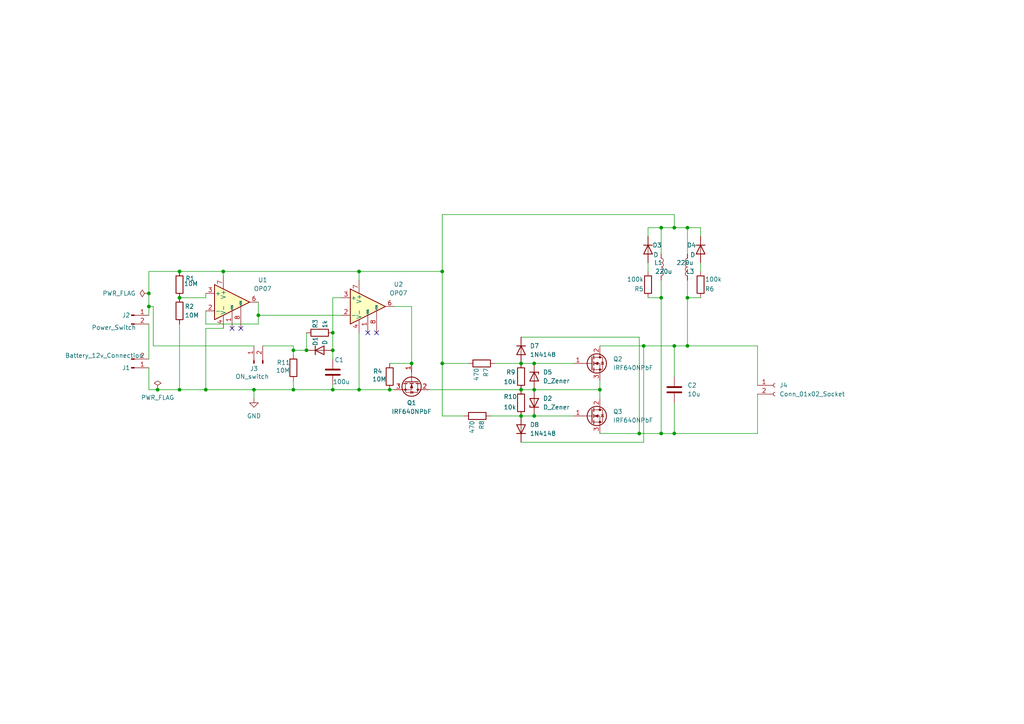
<source format=kicad_sch>
(kicad_sch (version 20250114) (generator "eeschema") (generator_version "9.0")
  (paper "A4")
  (lib_symbols
    (symbol "Amplifier_Operational:OP07" (pin_names (offset 0.127))
      (property "Reference" "U" (at 1.27 6.35 0))
      (property "Value" "OP07" (at 1.27 3.81 0))
      (symbol "OP07_0_1"
        (polyline (pts (xy -5.08 5.08) (xy 5.08 0) (xy -5.08 -5.08) (xy -5.08 5.08)) (stroke (width 0.254)) (fill (type background)))
      )
      (symbol "OP07_1_1"
        (pin input line (at -7.62 2.54 0) (length 2.54) (name "+") (number "3"))
        (pin input line (at -7.62 -2.54 0) (length 2.54) (name "-") (number "2"))
        (pin power_in line (at -2.54 7.62 270) (length 3.81) (name "V+") (number "7"))
        (pin power_in line (at -2.54 -7.62 90) (length 3.81) (name "V-") (number "4"))
        (pin no_connect line (at 0 2.54 270) (length 2.54) (hide yes) (name "NC") (number "5"))
        (pin input line (at 0 -7.62 90) (length 5.08) (name "VOS") (number "1"))
        (pin input line (at 2.54 -7.62 90) (length 6.35) (name "VOS") (number "8"))
        (pin output line (at 7.62 0 180) (length 2.54) (name "~") (number "6"))
      )
    )
    (symbol "Connector:Conn_01x02_Pin" (pin_names (offset 1.016) (hide yes))
      (property "Reference" "J" (at 0 2.54 0))
      (property "Value" "Conn_01x02_Pin" (at 0 -5.08 0))
      (symbol "Conn_01x02_Pin_1_1"
        (rectangle (start 0.8636 0.127) (end 0 -0.127) (stroke (width 0.1524)) (fill (type outline)))
        (rectangle (start 0.8636 -2.413) (end 0 -2.667) (stroke (width 0.1524)) (fill (type outline)))
        (polyline (pts (xy 1.27 0) (xy 0.8636 0)) (stroke (width 0.1524)))
        (polyline (pts (xy 1.27 -2.54) (xy 0.8636 -2.54)) (stroke (width 0.1524)))
        (pin passive line (at 5.08 0 180) (length 3.81) (name "Pin_1") (number "1"))
        (pin passive line (at 5.08 -2.54 180) (length 3.81) (name "Pin_2") (number "2"))
      )
    )
    (symbol "Connector:Conn_01x02_Socket" (pin_names (offset 1.016) (hide yes))
      (property "Reference" "J" (at 0 2.54 0))
      (property "Value" "Conn_01x02_Socket" (at 0 -5.08 0))
      (symbol "Conn_01x02_Socket_1_1"
        (polyline (pts (xy -1.27 0) (xy -0.508 0)) (stroke (width 0.1524)))
        (polyline (pts (xy -1.27 -2.54) (xy -0.508 -2.54)) (stroke (width 0.1524)))
        (arc (start 0 -0.508) (mid -0.5058 0) (end 0 0.508) (stroke (width 0.1524)))
        (arc (start 0 -3.048) (mid -0.5058 -2.54) (end 0 -2.032) (stroke (width 0.1524)))
        (pin passive line (at -5.08 0 0) (length 3.81) (name "Pin_1") (number "1"))
        (pin passive line (at -5.08 -2.54 0) (length 3.81) (name "Pin_2") (number "2"))
      )
    )
    (symbol "Device:C" (pin_numbers (hide yes)) (pin_names (offset 0.254))
      (property "Reference" "C" (at 0.635 2.54 0))
      (property "Value" "C" (at 0.635 -2.54 0))
      (symbol "C_0_1"
        (polyline (pts (xy -2.032 0.762) (xy 2.032 0.762)) (stroke (width 0.508)))
        (polyline (pts (xy -2.032 -0.762) (xy 2.032 -0.762)) (stroke (width 0.508)))
      )
      (symbol "C_1_1"
        (pin passive line (at 0 3.81 270) (length 2.794) (name "~") (number "1"))
        (pin passive line (at 0 -3.81 90) (length 2.794) (name "~") (number "2"))
      )
    )
    (symbol "Device:D" (pin_numbers (hide yes)) (pin_names (offset 1.016) (hide yes))
      (property "Reference" "D" (at 0 2.54 0))
      (property "Value" "D" (at 0 -2.54 0))
      (symbol "D_0_1"
        (polyline (pts (xy -1.27 1.27) (xy -1.27 -1.27)) (stroke (width 0.254)))
        (polyline (pts (xy 1.27 1.27) (xy 1.27 -1.27) (xy -1.27 0) (xy 1.27 1.27)) (stroke (width 0.254)))
        (polyline (pts (xy 1.27 0) (xy -1.27 0)))
      )
      (symbol "D_1_1"
        (pin passive line (at -3.81 0 0) (length 2.54) (name "K") (number "1"))
        (pin passive line (at 3.81 0 180) (length 2.54) (name "A") (number "2"))
      )
    )
    (symbol "Device:D_Zener" (pin_numbers (hide yes)) (pin_names (offset 1.016) (hide yes))
      (property "Reference" "D" (at 0 2.54 0))
      (property "Value" "D_Zener" (at 0 -2.54 0))
      (symbol "D_Zener_0_1"
        (polyline (pts (xy -1.27 -1.27) (xy -1.27 1.27) (xy -0.762 1.27)) (stroke (width 0.254)))
        (polyline (pts (xy 1.27 0) (xy -1.27 0)))
        (polyline (pts (xy 1.27 -1.27) (xy 1.27 1.27) (xy -1.27 0) (xy 1.27 -1.27)) (stroke (width 0.254)))
      )
      (symbol "D_Zener_1_1"
        (pin passive line (at -3.81 0 0) (length 2.54) (name "K") (number "1"))
        (pin passive line (at 3.81 0 180) (length 2.54) (name "A") (number "2"))
      )
    )
    (symbol "Device:L" (pin_numbers (hide yes)) (pin_names (offset 1.016) (hide yes))
      (property "Reference" "L" (at -1.27 0 90))
      (property "Value" "L" (at 1.905 0 90))
      (symbol "L_0_1"
        (arc (start 0 2.54) (mid 0.6323 1.905) (end 0 1.27))
        (arc (start 0 1.27) (mid 0.6323 0.635) (end 0 0))
        (arc (start 0 0) (mid 0.6323 -0.635) (end 0 -1.27))
        (arc (start 0 -1.27) (mid 0.6323 -1.905) (end 0 -2.54))
      )
      (symbol "L_1_1"
        (pin passive line (at 0 3.81 270) (length 1.27) (name "1") (number "1"))
        (pin passive line (at 0 -3.81 90) (length 1.27) (name "2") (number "2"))
      )
    )
    (symbol "Device:R" (pin_numbers (hide yes)) (pin_names (offset 0))
      (property "Reference" "R" (at 2.032 0 90))
      (property "Value" "R" (at 0 0 90))
      (symbol "R_0_1"
        (rectangle (start -1.016 -2.54) (end 1.016 2.54) (stroke (width 0.254)))
      )
      (symbol "R_1_1"
        (pin passive line (at 0 3.81 270) (length 1.27) (name "~") (number "1"))
        (pin passive line (at 0 -3.81 90) (length 1.27) (name "~") (number "2"))
      )
    )
    (symbol "Diode:1N4148" (pin_numbers (hide yes)) (pin_names (hide yes))
      (property "Reference" "D" (at 0 2.54 0))
      (property "Value" "1N4148" (at 0 -2.54 0))
      (symbol "1N4148_0_1"
        (polyline (pts (xy -1.27 1.27) (xy -1.27 -1.27)) (stroke (width 0.254)))
        (polyline (pts (xy 1.27 1.27) (xy 1.27 -1.27) (xy -1.27 0) (xy 1.27 1.27)) (stroke (width 0.254)))
        (polyline (pts (xy 1.27 0) (xy -1.27 0)))
      )
      (symbol "1N4148_1_1"
        (pin passive line (at -3.81 0 0) (length 2.54) (name "K") (number "1"))
        (pin passive line (at 3.81 0 180) (length 2.54) (name "A") (number "2"))
      )
    )
    (symbol "NMOS_ME:Q_NMOS_DSG" (pin_names (offset 0) (hide yes))
      (property "Reference" "Q" (at 5.08 1.905 0))
      (property "Value" "Q_NMOS_DSG" (at 5.08 0 0))
      (symbol "Q_NMOS_DSG_0_1"
        (polyline (pts (xy 0.254 1.905) (xy 0.254 -1.905)) (stroke (width 0.254)))
        (polyline (pts (xy 0.254 0) (xy -2.54 0)))
        (polyline (pts (xy 0.762 2.286) (xy 0.762 1.27)) (stroke (width 0.254)))
        (polyline (pts (xy 0.762 0.508) (xy 0.762 -0.508)) (stroke (width 0.254)))
        (polyline (pts (xy 0.762 -1.27) (xy 0.762 -2.286)) (stroke (width 0.254)))
        (polyline (pts (xy 0.762 -1.778) (xy 3.302 -1.778) (xy 3.302 1.778) (xy 0.762 1.778)))
        (polyline (pts (xy 1.016 0) (xy 2.032 0.381) (xy 2.032 -0.381) (xy 1.016 0)) (fill (type outline)))
        (circle (center 1.651 0) (radius 2.794) (stroke (width 0.254)))
        (polyline (pts (xy 2.54 2.54) (xy 2.54 1.778)))
        (circle (center 2.54 1.778) (radius 0.254) (fill (type outline)))
        (circle (center 2.54 -1.778) (radius 0.254) (fill (type outline)))
        (polyline (pts (xy 2.54 -2.54) (xy 2.54 0) (xy 0.762 0)))
        (polyline (pts (xy 2.921 0.381) (xy 3.683 0.381)))
        (polyline (pts (xy 3.302 0.381) (xy 2.921 -0.254) (xy 3.683 -0.254) (xy 3.302 0.381)))
      )
      (symbol "Q_NMOS_DSG_1_1"
        (pin input line (at -5.08 0 0) (length 2.54) (name "G") (number "1"))
        (pin passive line (at 2.54 5.08 270) (length 2.54) (name "D") (number "2"))
        (pin passive line (at 2.54 -5.08 90) (length 2.54) (name "S") (number "3"))
      )
    )
    (symbol "power:GND" (power) (pin_numbers (hide yes)) (pin_names (offset 0) (hide yes))
      (property "Value" "GND" (at 0 -3.81 0))
      (symbol "GND_0_1"
        (polyline (pts (xy 0 0) (xy 0 -1.27) (xy 1.27 -1.27) (xy 0 -2.54) (xy -1.27 -1.27) (xy 0 -1.27)))
      )
      (symbol "GND_1_1"
        (pin power_in line (at 0 0 270) (length 0) (name "~") (number "1"))
      )
    )
    (symbol "power:PWR_FLAG" (power) (pin_numbers (hide yes)) (pin_names (offset 0) (hide yes))
      (property "Value" "PWR_FLAG" (at 0 3.81 0))
      (symbol "PWR_FLAG_0_0"
        (pin power_out line (at 0 0 90) (length 0) (name "~") (number "1"))
      )
      (symbol "PWR_FLAG_0_1"
        (polyline (pts (xy 0 0) (xy 0 1.27) (xy -1.016 1.905) (xy 0 2.54) (xy 1.016 1.905) (xy 0 1.27)))
      )
    )
  )
  (junction (at 73.66 113.03))
  (junction (at 96.52 113.03))
  (junction (at 52.07 113.03))
  (junction (at 185.42 125.73))
  (junction (at 191.77 125.73))
  (junction (at 151.13 113.03))
  (junction (at 52.07 78.74))
  (junction (at 85.09 113.03))
  (junction (at 64.77 78.74))
  (junction (at 154.94 105.41))
  (junction (at 151.13 105.41))
  (junction (at 45.72 113.03))
  (junction (at 191.77 86.36))
  (junction (at 88.9 101.6))
  (junction (at 85.09 101.6))
  (junction (at 195.58 125.73))
  (junction (at 173.99 113.03))
  (junction (at 186.69 100.33))
  (junction (at 96.52 101.6))
  (junction (at 128.27 105.41))
  (junction (at 96.52 96.52))
  (junction (at 195.58 66.04))
  (junction (at 74.93 91.44))
  (junction (at 151.13 120.65))
  (junction (at 199.39 66.04))
  (junction (at 128.27 78.74))
  (junction (at 119.38 105.41))
  (junction (at 154.94 113.03))
  (junction (at 43.18 88.9))
  (junction (at 199.39 86.36))
  (junction (at 104.14 78.74))
  (junction (at 52.07 86.36))
  (junction (at 195.58 100.33))
  (junction (at 154.94 120.65))
  (junction (at 59.69 113.03))
  (junction (at 199.39 100.33))
  (junction (at 104.14 113.03))
  (junction (at 113.03 113.03))
  (junction (at 191.77 66.04))
  (junction (at 43.18 85.09))
  (no_connect (at 67.31 95.25))
  (no_connect (at 69.85 95.25))
  (no_connect (at 109.22 96.52))
  (no_connect (at 106.68 96.52))
  (wire (pts (xy 124.46 113.03) (xy 151.13 113.03)))
  (wire (pts (xy 96.52 113.03) (xy 104.14 113.03)))
  (wire (pts (xy 96.52 86.36) (xy 96.52 96.52)))
  (wire (pts (xy 59.69 93.98) (xy 74.93 93.98)))
  (wire (pts (xy 128.27 120.65) (xy 134.62 120.65)))
  (wire (pts (xy 219.71 100.33) (xy 219.71 111.76)))
  (wire (pts (xy 191.77 86.36) (xy 191.77 125.73)))
  (wire (pts (xy 96.52 86.36) (xy 99.06 86.36)))
  (wire (pts (xy 203.2 66.04) (xy 203.2 68.58)))
  (wire (pts (xy 52.07 78.74) (xy 64.77 78.74)))
  (wire (pts (xy 154.94 120.65) (xy 166.37 120.65)))
  (wire (pts (xy 186.69 128.27) (xy 186.69 100.33)))
  (wire (pts (xy 151.13 120.65) (xy 154.94 120.65)))
  (wire (pts (xy 195.58 100.33) (xy 195.58 109.22)))
  (wire (pts (xy 85.09 100.33) (xy 85.09 101.6)))
  (wire (pts (xy 191.77 125.73) (xy 195.58 125.73)))
  (wire (pts (xy 151.13 97.79) (xy 185.42 97.79)))
  (wire (pts (xy 88.9 96.52) (xy 88.9 101.6)))
  (wire (pts (xy 173.99 113.03) (xy 173.99 115.57)))
  (wire (pts (xy 199.39 73.66) (xy 199.39 66.04)))
  (wire (pts (xy 203.2 86.36) (xy 199.39 86.36)))
  (wire (pts (xy 104.14 78.74) (xy 128.27 78.74)))
  (wire (pts (xy 113.03 105.41) (xy 119.38 105.41)))
  (wire (pts (xy 43.18 106.68) (xy 43.18 113.03)))
  (wire (pts (xy 195.58 100.33) (xy 199.39 100.33)))
  (wire (pts (xy 119.38 88.9) (xy 119.38 105.41)))
  (wire (pts (xy 85.09 110.49) (xy 85.09 113.03)))
  (wire (pts (xy 195.58 125.73) (xy 219.71 125.73)))
  (wire (pts (xy 187.96 68.58) (xy 187.96 66.04)))
  (wire (pts (xy 199.39 100.33) (xy 219.71 100.33)))
  (wire (pts (xy 43.18 78.74) (xy 52.07 78.74)))
  (wire (pts (xy 44.45 88.9) (xy 43.18 88.9)))
  (wire (pts (xy 59.69 95.25) (xy 59.69 113.03)))
  (wire (pts (xy 128.27 62.23) (xy 128.27 78.74)))
  (wire (pts (xy 73.66 113.03) (xy 73.66 115.57)))
  (wire (pts (xy 195.58 62.23) (xy 195.58 66.04)))
  (wire (pts (xy 64.77 78.74) (xy 64.77 80.01)))
  (wire (pts (xy 191.77 81.28) (xy 191.77 86.36)))
  (wire (pts (xy 187.96 66.04) (xy 191.77 66.04)))
  (wire (pts (xy 113.03 113.03) (xy 114.3 113.03)))
  (wire (pts (xy 59.69 86.36) (xy 59.69 85.09)))
  (wire (pts (xy 191.77 86.36) (xy 187.96 86.36)))
  (wire (pts (xy 43.18 93.98) (xy 43.18 104.14)))
  (wire (pts (xy 128.27 62.23) (xy 195.58 62.23)))
  (wire (pts (xy 85.09 101.6) (xy 88.9 101.6)))
  (wire (pts (xy 52.07 93.98) (xy 52.07 113.03)))
  (wire (pts (xy 173.99 100.33) (xy 186.69 100.33)))
  (wire (pts (xy 151.13 113.03) (xy 154.94 113.03)))
  (wire (pts (xy 96.52 101.6) (xy 96.52 104.14)))
  (wire (pts (xy 85.09 113.03) (xy 96.52 113.03)))
  (wire (pts (xy 43.18 88.9) (xy 43.18 91.44)))
  (wire (pts (xy 151.13 105.41) (xy 154.94 105.41)))
  (wire (pts (xy 173.99 125.73) (xy 185.42 125.73)))
  (wire (pts (xy 203.2 76.2) (xy 203.2 78.74)))
  (wire (pts (xy 173.99 110.49) (xy 173.99 113.03)))
  (wire (pts (xy 96.52 96.52) (xy 96.52 101.6)))
  (wire (pts (xy 52.07 113.03) (xy 59.69 113.03)))
  (wire (pts (xy 199.39 66.04) (xy 203.2 66.04)))
  (wire (pts (xy 59.69 90.17) (xy 59.69 93.98)))
  (wire (pts (xy 44.45 100.33) (xy 44.45 88.9)))
  (wire (pts (xy 219.71 114.3) (xy 219.71 125.73)))
  (wire (pts (xy 143.51 105.41) (xy 151.13 105.41)))
  (wire (pts (xy 119.38 88.9) (xy 114.3 88.9)))
  (wire (pts (xy 185.42 97.79) (xy 185.42 125.73)))
  (wire (pts (xy 128.27 105.41) (xy 128.27 120.65)))
  (wire (pts (xy 199.39 86.36) (xy 199.39 81.28)))
  (wire (pts (xy 85.09 101.6) (xy 85.09 102.87)))
  (wire (pts (xy 185.42 125.73) (xy 191.77 125.73)))
  (wire (pts (xy 191.77 66.04) (xy 191.77 73.66)))
  (wire (pts (xy 43.18 78.74) (xy 43.18 85.09)))
  (wire (pts (xy 43.18 85.09) (xy 43.18 88.9)))
  (wire (pts (xy 45.72 113.03) (xy 43.18 113.03)))
  (wire (pts (xy 59.69 95.25) (xy 64.77 95.25)))
  (wire (pts (xy 195.58 66.04) (xy 199.39 66.04)))
  (wire (pts (xy 128.27 78.74) (xy 128.27 105.41)))
  (wire (pts (xy 199.39 86.36) (xy 199.39 100.33)))
  (wire (pts (xy 104.14 78.74) (xy 104.14 81.28)))
  (wire (pts (xy 104.14 96.52) (xy 104.14 113.03)))
  (wire (pts (xy 45.72 113.03) (xy 52.07 113.03)))
  (wire (pts (xy 59.69 113.03) (xy 73.66 113.03)))
  (wire (pts (xy 151.13 128.27) (xy 186.69 128.27)))
  (wire (pts (xy 128.27 105.41) (xy 135.89 105.41)))
  (wire (pts (xy 187.96 78.74) (xy 187.96 76.2)))
  (wire (pts (xy 195.58 116.84) (xy 195.58 125.73)))
  (wire (pts (xy 52.07 86.36) (xy 59.69 86.36)))
  (wire (pts (xy 154.94 113.03) (xy 173.99 113.03)))
  (wire (pts (xy 96.52 111.76) (xy 96.52 113.03)))
  (wire (pts (xy 74.93 91.44) (xy 74.93 93.98)))
  (wire (pts (xy 74.93 91.44) (xy 99.06 91.44)))
  (wire (pts (xy 195.58 66.04) (xy 191.77 66.04)))
  (wire (pts (xy 73.66 113.03) (xy 85.09 113.03)))
  (wire (pts (xy 142.24 120.65) (xy 151.13 120.65)))
  (wire (pts (xy 104.14 113.03) (xy 113.03 113.03)))
  (wire (pts (xy 76.2 100.33) (xy 85.09 100.33)))
  (wire (pts (xy 154.94 105.41) (xy 166.37 105.41)))
  (wire (pts (xy 73.66 100.33) (xy 44.45 100.33)))
  (wire (pts (xy 74.93 87.63) (xy 74.93 91.44)))
  (wire (pts (xy 186.69 100.33) (xy 195.58 100.33)))
  (wire (pts (xy 64.77 78.74) (xy 104.14 78.74)))
  (symbol (lib_id "Device:R") (at 85.09 106.68 0) (unit 1)
    (property "Reference" "R11" (at 80.264 105.156 0) (effects (justify left)))
    (property "Value" "10M" (at 80.01 107.442 0) (effects (justify left)))
    (property "Footprint" "Resistor_SMD:R_0805_2012Metric" (effects (hide yes)))
    (property "Description" "Resistor" (effects (hide yes)))
  )
  (symbol (lib_id "Device:R") (at 203.2 82.55 0) (mirror x) (unit 1)
    (property "Reference" "R6" (at 204.47 83.82 0) (effects (justify left)))
    (property "Value" "100k" (at 204.47 81.026 0) (effects (justify left)))
    (property "Footprint" "Resistor_THT:R_Axial_DIN0411_L9.9mm_D3.6mm_P15.24mm_Horizontal" (effects (hide yes)))
    (property "Description" "Resistor" (effects (hide yes)))
  )
  (symbol (lib_id "Connector:Conn_01x02_Socket") (at 224.79 111.76 0) (unit 1)
    (property "Reference" "J4" (at 226.06 111.7599 0) (effects (justify left)))
    (property "Value" "Conn_01x02_Socket" (at 226.06 114.2999 0) (effects (justify left)))
    (property "Footprint" "Connector_Wire:SolderWire-0.1sqmm_1x02_P3.6mm_D0.4mm_OD1mm" (effects (hide yes)))
    (property "Description" "Generic connector, single row, 01x02, script generated" (effects (hide yes)))
  )
  (symbol (lib_id "Diode:1N4148") (at 151.13 101.6 270) (unit 1)
    (property "Reference" "D7" (at 153.67 100.3299 90) (effects (justify left)))
    (property "Value" "1N4148" (at 153.67 102.8699 90) (effects (justify left)))
    (property "Footprint" "Diode_THT:D_DO-35_SOD27_P7.62mm_Horizontal" (effects (hide yes)))
    (property "Datasheet" "https://assets.nexperia.com/documents/data-sheet/1N4148_1N4448.pdf" (effects (hide yes)))
    (property "Description" "100V 0.15A standard switching diode, DO-35" (effects (hide yes)))
    (property "Sim.Device" "D" (effects (hide yes)))
    (property "Sim.Pins" "1=K 2=A" (effects (hide yes)))
  )
  (symbol (lib_id "Device:D_Zener") (at 154.94 109.22 270) (unit 1)
    (property "Reference" "D5" (at 157.48 107.9499 90) (effects (justify left)))
    (property "Value" "D_Zener" (at 157.48 110.4899 90) (effects (justify left)))
    (property "Footprint" "Diode_THT:D_A-405_P7.62mm_Horizontal" (effects (hide yes)))
    (property "Description" "Zener diode" (effects (hide yes)))
  )
  (symbol (lib_id "Device:R") (at 92.71 96.52 90) (unit 1)
    (property "Reference" "R3" (at 91.44 95.25 0) (effects (justify left)))
    (property "Value" "1k" (at 94.234 95.25 0) (effects (justify left)))
    (property "Footprint" "Resistor_SMD:R_0805_2012Metric_Pad1.20x1.40mm_HandSolder" (effects (hide yes)))
    (property "Description" "Resistor" (effects (hide yes)))
  )
  (symbol (lib_id "Device:R") (at 52.07 82.55 180) (unit 1)
    (property "Reference" "R1" (at 55.118 80.772 0))
    (property "Value" "10M" (at 55.372 82.296 0))
    (property "Footprint" "Resistor_SMD:R_0805_2012Metric" (effects (hide yes)))
    (property "Description" "Resistor" (effects (hide yes)))
  )
  (symbol (lib_id "Device:D") (at 187.96 72.39 270) (unit 1)
    (property "Reference" "D3" (at 189.23 71.12 90) (effects (justify left)))
    (property "Value" "D" (at 189.484 73.914 90) (effects (justify left)))
    (property "Footprint" "Diode_THT:D_A-405_P10.16mm_Horizontal" (effects (hide yes)))
    (property "Description" "Diode" (effects (hide yes)))
    (property "Sim.Device" "D" (effects (hide yes)))
    (property "Sim.Pins" "1=K 2=A" (effects (hide yes)))
  )
  (symbol (lib_id "Device:D") (at 203.2 72.39 90) (mirror x) (unit 1)
    (property "Reference" "D4" (at 201.93 71.12 90) (effects (justify left)))
    (property "Value" "D" (at 201.676 73.914 90) (effects (justify left)))
    (property "Footprint" "Diode_THT:D_A-405_P10.16mm_Horizontal" (effects (hide yes)))
    (property "Description" "Diode" (effects (hide yes)))
    (property "Sim.Device" "D" (effects (hide yes)))
    (property "Sim.Pins" "1=K 2=A" (effects (hide yes)))
  )
  (symbol (lib_id "Connector:Conn_01x02_Pin") (at 73.66 105.41 90) (unit 1)
    (property "Reference" "J3" (at 73.66 106.934 90))
    (property "Value" "ON_switch" (at 73.152 109.22 90))
    (property "Footprint" "Connector_AMASS:AMASS_XT30U-F_1x02_P5.0mm_Vertical" (effects (hide yes)))
    (property "Description" "Generic connector, single row, 01x02, script generated" (effects (hide yes)))
  )
  (symbol (lib_id "power:PWR_FLAG") (at 45.72 113.03 0) (unit 1)
    (property "Reference" "#FLG02" (effects (hide yes)))
    (property "Value" "PWR_FLAG" (at 45.72 115.316 0))
    (property "Description" "Special symbol for telling ERC where power comes from" (effects (hide yes)))
  )
  (symbol (lib_id "Device:R") (at 151.13 116.84 0) (unit 1)
    (property "Reference" "R10" (at 146.05 115.062 0) (effects (justify left)))
    (property "Value" "10k" (at 146.05 118.11 0) (effects (justify left)))
    (property "Footprint" "Resistor_SMD:R_0805_2012Metric" (effects (hide yes)))
    (property "Description" "Resistor" (effects (hide yes)))
  )
  (symbol (lib_id "Device:D") (at 92.71 101.6 0) (unit 1)
    (property "Reference" "D1" (at 91.44 100.33 90) (effects (justify left)))
    (property "Value" "D" (at 94.234 100.076 90) (effects (justify left)))
    (property "Footprint" "Diode_SMD:D_0805_2012Metric_Pad1.15x1.40mm_HandSolder" (effects (hide yes)))
    (property "Description" "Diode" (effects (hide yes)))
    (property "Sim.Device" "D" (effects (hide yes)))
    (property "Sim.Pins" "1=K 2=A" (effects (hide yes)))
  )
  (symbol (lib_id "Device:R") (at 187.96 82.55 180) (unit 1)
    (property "Reference" "R5" (at 186.69 83.82 0) (effects (justify left)))
    (property "Value" "100k" (at 186.69 81.026 0) (effects (justify left)))
    (property "Footprint" "Resistor_THT:R_Axial_DIN0411_L9.9mm_D3.6mm_P15.24mm_Horizontal" (effects (hide yes)))
    (property "Description" "Resistor" (effects (hide yes)))
  )
  (symbol (lib_id "Device:R") (at 139.7 105.41 270) (unit 1)
    (property "Reference" "R7" (at 140.97 106.68 0) (effects (justify left)))
    (property "Value" "470" (at 138.176 106.68 0) (effects (justify left)))
    (property "Footprint" "Resistor_SMD:R_0805_2012Metric" (effects (hide yes)))
    (property "Description" "Resistor" (effects (hide yes)))
  )
  (symbol (lib_id "power:PWR_FLAG") (at 43.18 85.09 90) (unit 1)
    (property "Reference" "#FLG01" (effects (hide yes)))
    (property "Value" "PWR_FLAG" (at 39.37 85.0899 90) (effects (justify left)))
    (property "Description" "Special symbol for telling ERC where power comes from" (effects (hide yes)))
  )
  (symbol (lib_id "Amplifier_Operational:OP07") (at 67.31 87.63 0) (unit 1)
    (property "Reference" "U1" (at 76.2 81.2098 0))
    (property "Value" "OP07" (at 76.2 83.7498 0))
    (property "Footprint" "Package_SO:SOIC-8_3.9x4.9mm_P1.27mm" (effects (hide yes)))
    (property "Datasheet" "https://www.analog.com/media/en/technical-documentation/data-sheets/OP07.pdf" (effects (hide yes)))
    (property "Description" "Single Ultra-Low Offset Voltage Operational Amplifier, DIP-8/SOIC-8" (effects (hide yes)))
  )
  (symbol (lib_id "NMOS_ME:Q_NMOS_DSG") (at 119.38 110.49 270) (unit 1)
    (property "Reference" "Q1" (at 119.38 116.84 90))
    (property "Value" "IRF640NPbF" (at 119.38 119.38 90))
    (property "Footprint" "Package_TO_SOT_THT:TO-220-3_Vertical" (effects (hide yes)))
    (property "Description" "N-MOSFET transistor, drain/source/gate" (effects (hide yes)))
  )
  (symbol (lib_id "Device:R") (at 151.13 109.22 0) (unit 1)
    (property "Reference" "R9" (at 146.812 107.95 0) (effects (justify left)))
    (property "Value" "10k" (at 146.05 110.744 0) (effects (justify left)))
    (property "Footprint" "Resistor_SMD:R_0805_2012Metric" (effects (hide yes)))
    (property "Description" "Resistor" (effects (hide yes)))
  )
  (symbol (lib_id "NMOS_ME:Q_NMOS_DSG") (at 171.45 120.65 0) (unit 1)
    (property "Reference" "Q3" (at 177.8 119.3799 0) (effects (justify left)))
    (property "Value" "IRF640NPbF" (at 177.8 121.9199 0) (effects (justify left)))
    (property "Footprint" "Package_TO_SOT_THT:TO-220-3_Vertical" (effects (hide yes)))
    (property "Description" "N-MOSFET transistor, drain/source/gate" (effects (hide yes)))
  )
  (symbol (lib_id "NMOS_ME:Q_NMOS_DSG") (at 171.45 105.41 0) (unit 1)
    (property "Reference" "Q2" (at 177.8 104.1399 0) (effects (justify left)))
    (property "Value" "IRF640NPbF" (at 177.8 106.6799 0) (effects (justify left)))
    (property "Footprint" "Package_TO_SOT_THT:TO-220-3_Vertical" (effects (hide yes)))
    (property "Description" "N-MOSFET transistor, drain/source/gate" (effects (hide yes)))
  )
  (symbol (lib_id "Device:L") (at 191.77 77.47 0) (unit 1)
    (property "Reference" "L1" (at 189.738 76.2 0) (effects (justify left)))
    (property "Value" "220u" (at 189.992 78.74 0) (effects (justify left)))
    (property "Footprint" "Inductor_THT:L_Toroid_Vertical_L14.0mm_W6.3mm_P4.57mm_Pulse_A" (effects (hide yes)))
    (property "Description" "Inductor" (effects (hide yes)))
  )
  (symbol (lib_id "Amplifier_Operational:OP07") (at 106.68 88.9 0) (unit 1)
    (property "Reference" "U2" (at 115.57 82.4798 0))
    (property "Value" "OP07" (at 115.57 85.0198 0))
    (property "Footprint" "Package_SO:SOIC-8_3.9x4.9mm_P1.27mm" (effects (hide yes)))
    (property "Datasheet" "https://www.analog.com/media/en/technical-documentation/data-sheets/OP07.pdf" (effects (hide yes)))
    (property "Description" "Single Ultra-Low Offset Voltage Operational Amplifier, DIP-8/SOIC-8" (effects (hide yes)))
  )
  (symbol (lib_id "Device:R") (at 52.07 90.17 0) (unit 1)
    (property "Reference" "R2" (at 53.594 88.9 0) (effects (justify left)))
    (property "Value" "10M" (at 53.594 91.44 0) (effects (justify left)))
    (property "Footprint" "Resistor_SMD:R_0805_2012Metric" (effects (hide yes)))
    (property "Description" "Resistor" (effects (hide yes)))
  )
  (symbol (lib_id "Diode:1N4148") (at 151.13 124.46 90) (unit 1)
    (property "Reference" "D8" (at 153.67 123.1899 90) (effects (justify right)))
    (property "Value" "1N4148" (at 153.67 125.7299 90) (effects (justify right)))
    (property "Footprint" "Diode_THT:D_DO-35_SOD27_P7.62mm_Horizontal" (effects (hide yes)))
    (property "Datasheet" "https://assets.nexperia.com/documents/data-sheet/1N4148_1N4448.pdf" (effects (hide yes)))
    (property "Description" "100V 0.15A standard switching diode, DO-35" (effects (hide yes)))
    (property "Sim.Device" "D" (effects (hide yes)))
    (property "Sim.Pins" "1=K 2=A" (effects (hide yes)))
  )
  (symbol (lib_id "power:GND") (at 73.66 115.57 0) (unit 1)
    (property "Reference" "#PWR01" (effects (hide yes)))
    (property "Value" "GND" (at 73.66 120.65 0))
    (property "Description" "Power symbol creates a global label with name \"GND\" , ground" (effects (hide yes)))
  )
  (symbol (lib_id "Device:R") (at 138.43 120.65 270) (unit 1)
    (property "Reference" "R8" (at 139.7 121.92 0) (effects (justify left)))
    (property "Value" "470" (at 136.906 121.92 0) (effects (justify left)))
    (property "Footprint" "Resistor_SMD:R_0805_2012Metric" (effects (hide yes)))
    (property "Description" "Resistor" (effects (hide yes)))
  )
  (symbol (lib_id "Device:R") (at 113.03 109.22 0) (unit 1)
    (property "Reference" "R4" (at 108.204 107.696 0) (effects (justify left)))
    (property "Value" "10M" (at 107.95 109.982 0) (effects (justify left)))
    (property "Footprint" "Resistor_SMD:R_0805_2012Metric" (effects (hide yes)))
    (property "Description" "Resistor" (effects (hide yes)))
  )
  (symbol (lib_id "Device:D_Zener") (at 154.94 116.84 90) (unit 1)
    (property "Reference" "D2" (at 157.48 115.5699 90) (effects (justify right)))
    (property "Value" "D_Zener" (at 157.48 118.1099 90) (effects (justify right)))
    (property "Footprint" "Diode_THT:D_A-405_P7.62mm_Horizontal" (effects (hide yes)))
    (property "Description" "Zener diode" (effects (hide yes)))
  )
  (symbol (lib_id "Device:C") (at 96.52 107.95 0) (unit 1)
    (property "Reference" "C1" (at 97.028 104.394 0) (effects (justify left)))
    (property "Value" "100u" (at 96.52 110.744 0) (effects (justify left)))
    (property "Footprint" "Capacitor_SMD:C_0805_2012Metric" (effects (hide yes)))
    (property "Description" "Unpolarized capacitor" (effects (hide yes)))
  )
  (symbol (lib_id "Device:C") (at 195.58 113.03 0) (unit 1)
    (property "Reference" "C2" (at 199.39 111.7599 0) (effects (justify left)))
    (property "Value" "10u" (at 199.39 114.2999 0) (effects (justify left)))
    (property "Footprint" "Capacitor_THT:CP_Radial_D18.0mm_P7.50mm" (effects (hide yes)))
    (property "Description" "Unpolarized capacitor" (effects (hide yes)))
  )
  (symbol (lib_id "Connector:Conn_01x02_Pin") (at 38.1 91.44 0) (unit 1)
    (property "Reference" "J2" (at 36.576 91.44 0))
    (property "Value" "Power_Switch" (at 33.02 94.996 0))
    (property "Footprint" "Connector_AMASS:AMASS_XT30U-F_1x02_P5.0mm_Vertical" (effects (hide yes)))
    (property "Description" "Generic connector, single row, 01x02, script generated" (effects (hide yes)))
  )
  (symbol (lib_id "Connector:Conn_01x02_Pin") (at 38.1 106.68 0) (mirror x) (unit 1)
    (property "Reference" "J1" (at 36.576 106.68 0))
    (property "Value" "Battery_12v_Connection" (at 30.226 103.124 0))
    (property "Footprint" "Connector_AMASS:AMASS_XT30U-F_1x02_P5.0mm_Vertical" (effects (hide yes)))
    (property "Description" "Generic connector, single row, 01x02, script generated" (effects (hide yes)))
  )
  (symbol (lib_id "Device:L") (at 199.39 77.47 180) (unit 1)
    (property "Reference" "L3" (at 201.422 78.74 0) (effects (justify left)))
    (property "Value" "220u" (at 201.168 76.2 0) (effects (justify left)))
    (property "Footprint" "Inductor_THT:L_Toroid_Vertical_L14.0mm_W6.3mm_P4.57mm_Pulse_A" (effects (hide yes)))
    (property "Description" "Inductor" (effects (hide yes)))
  )
)
</source>
